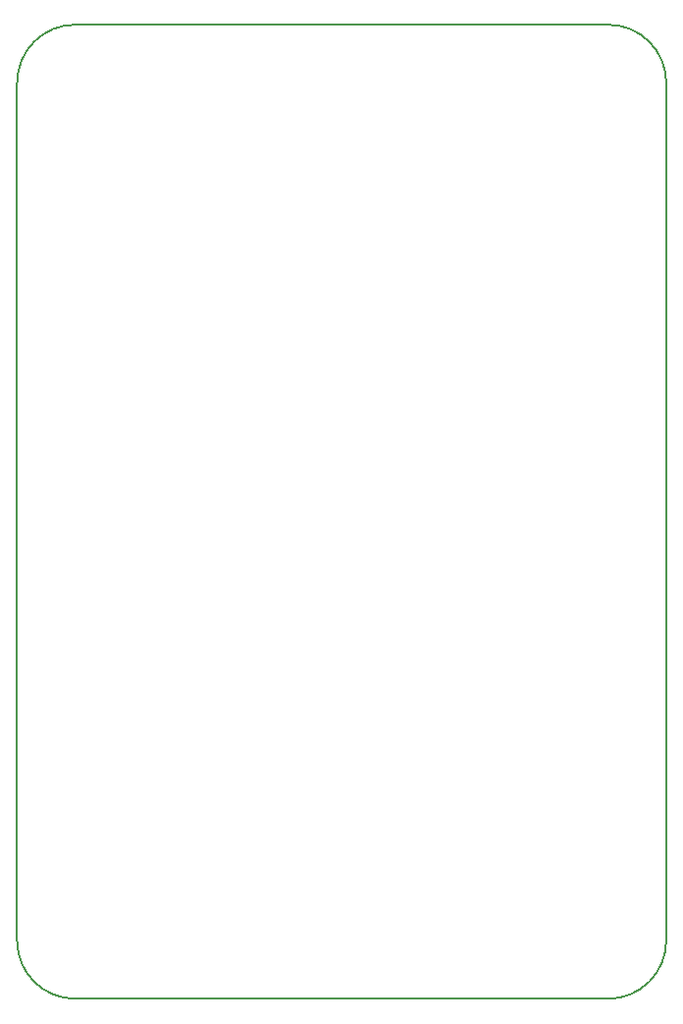
<source format=gm1>
G04 #@! TF.GenerationSoftware,KiCad,Pcbnew,5.1.9+dfsg1-1*
G04 #@! TF.CreationDate,2022-06-11T21:35:15-07:00*
G04 #@! TF.ProjectId,keygame,6b657967-616d-4652-9e6b-696361645f70,rev?*
G04 #@! TF.SameCoordinates,Original*
G04 #@! TF.FileFunction,Profile,NP*
%FSLAX46Y46*%
G04 Gerber Fmt 4.6, Leading zero omitted, Abs format (unit mm)*
G04 Created by KiCad (PCBNEW 5.1.9+dfsg1-1) date 2022-06-11 21:35:15*
%MOMM*%
%LPD*%
G01*
G04 APERTURE LIST*
G04 #@! TA.AperFunction,Profile*
%ADD10C,0.150000*%
G04 #@! TD*
G04 APERTURE END LIST*
D10*
X138000000Y-16000000D02*
X184000000Y-16000000D01*
X138000000Y-100000000D02*
X184000000Y-100000000D01*
X189000000Y-95000000D02*
X189000000Y-21000000D01*
X133000000Y-21000000D02*
X133000000Y-95000000D01*
X184000000Y-16000000D02*
G75*
G02*
X189000000Y-21000000I0J-5000000D01*
G01*
X189000000Y-95000000D02*
G75*
G02*
X184000000Y-100000000I-5000000J0D01*
G01*
X138000000Y-100000000D02*
G75*
G02*
X133000000Y-95000000I0J5000000D01*
G01*
X133000000Y-21000000D02*
G75*
G02*
X138000000Y-16000000I5000000J0D01*
G01*
M02*

</source>
